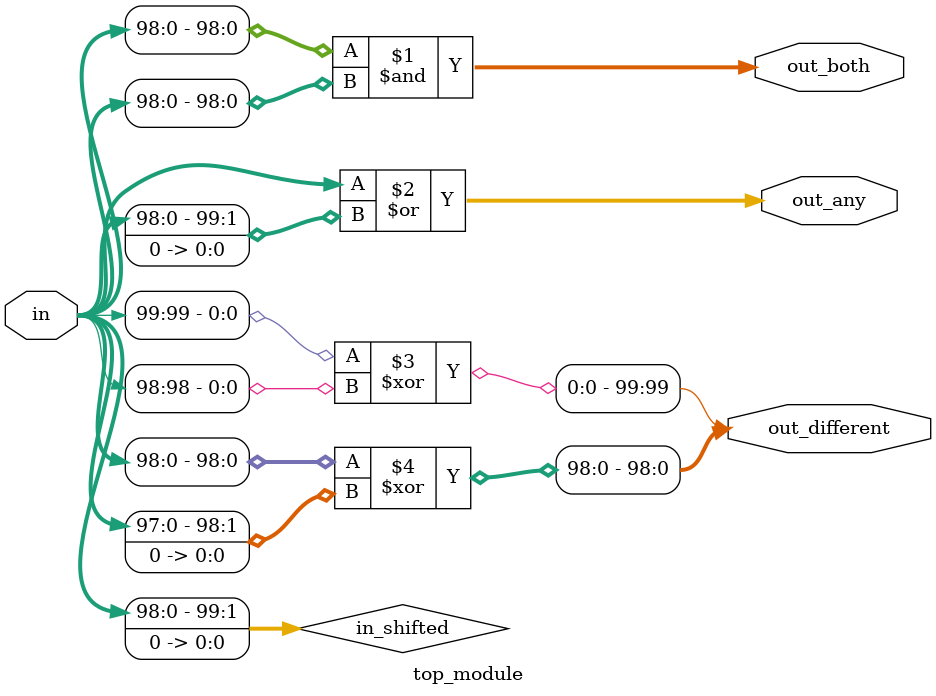
<source format=sv>
module top_module (
	input [99:0] in,
	output [98:0] out_both,
	output [99:0] out_any,
	output [99:0] out_different
);

    wire [99:0] in_shifted;
    assign in_shifted = {in[98:0], 1'b0};

    assign out_both = in[98:0] & in_shifted[99:1];
    assign out_any = in | in_shifted;
    assign out_different[99] = in[99] ^ in_shifted[99];
    assign out_different[98:0] = (in[98:0] ^ in_shifted[98:0]);

endmodule

</source>
